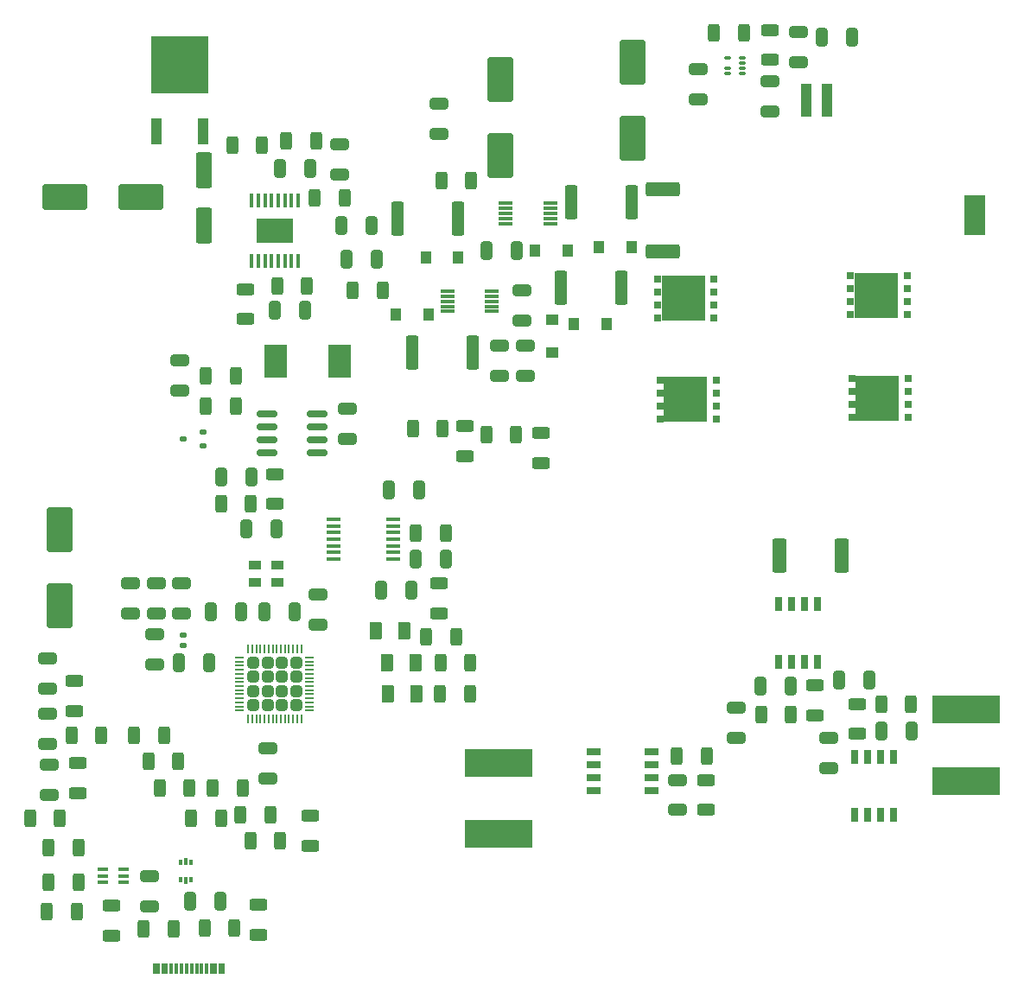
<source format=gbr>
%TF.GenerationSoftware,KiCad,Pcbnew,8.0.0*%
%TF.CreationDate,2024-03-30T16:18:18+01:00*%
%TF.ProjectId,schematic-main,73636865-6d61-4746-9963-2d6d61696e2e,rev?*%
%TF.SameCoordinates,Original*%
%TF.FileFunction,Paste,Top*%
%TF.FilePolarity,Positive*%
%FSLAX46Y46*%
G04 Gerber Fmt 4.6, Leading zero omitted, Abs format (unit mm)*
G04 Created by KiCad (PCBNEW 8.0.0) date 2024-03-30 16:18:18*
%MOMM*%
%LPD*%
G01*
G04 APERTURE LIST*
G04 Aperture macros list*
%AMRoundRect*
0 Rectangle with rounded corners*
0 $1 Rounding radius*
0 $2 $3 $4 $5 $6 $7 $8 $9 X,Y pos of 4 corners*
0 Add a 4 corners polygon primitive as box body*
4,1,4,$2,$3,$4,$5,$6,$7,$8,$9,$2,$3,0*
0 Add four circle primitives for the rounded corners*
1,1,$1+$1,$2,$3*
1,1,$1+$1,$4,$5*
1,1,$1+$1,$6,$7*
1,1,$1+$1,$8,$9*
0 Add four rect primitives between the rounded corners*
20,1,$1+$1,$2,$3,$4,$5,0*
20,1,$1+$1,$4,$5,$6,$7,0*
20,1,$1+$1,$6,$7,$8,$9,0*
20,1,$1+$1,$8,$9,$2,$3,0*%
G04 Aperture macros list end*
%ADD10R,1.220000X1.120000*%
%ADD11R,1.120000X1.220000*%
%ADD12RoundRect,0.250000X-0.315000X-0.315000X0.315000X-0.315000X0.315000X0.315000X-0.315000X0.315000X0*%
%ADD13RoundRect,0.050000X-0.387500X-0.050000X0.387500X-0.050000X0.387500X0.050000X-0.387500X0.050000X0*%
%ADD14RoundRect,0.050000X-0.050000X-0.387500X0.050000X-0.387500X0.050000X0.387500X-0.050000X0.387500X0*%
%ADD15R,1.475000X0.450000*%
%ADD16R,2.173999X3.200400*%
%ADD17R,0.800000X0.700000*%
%ADD18R,0.680000X0.700000*%
%ADD19R,4.320000X4.510000*%
%ADD20RoundRect,0.250000X0.625000X-0.312500X0.625000X0.312500X-0.625000X0.312500X-0.625000X-0.312500X0*%
%ADD21RoundRect,0.250000X0.375000X0.625000X-0.375000X0.625000X-0.375000X-0.625000X0.375000X-0.625000X0*%
%ADD22RoundRect,0.250000X-1.000000X1.950000X-1.000000X-1.950000X1.000000X-1.950000X1.000000X1.950000X0*%
%ADD23RoundRect,0.250000X-0.312500X-0.625000X0.312500X-0.625000X0.312500X0.625000X-0.312500X0.625000X0*%
%ADD24RoundRect,0.250000X0.312500X0.625000X-0.312500X0.625000X-0.312500X-0.625000X0.312500X-0.625000X0*%
%ADD25RoundRect,0.250000X-0.650000X0.325000X-0.650000X-0.325000X0.650000X-0.325000X0.650000X0.325000X0*%
%ADD26RoundRect,0.112500X0.237500X-0.112500X0.237500X0.112500X-0.237500X0.112500X-0.237500X-0.112500X0*%
%ADD27RoundRect,0.150000X0.825000X0.150000X-0.825000X0.150000X-0.825000X-0.150000X0.825000X-0.150000X0*%
%ADD28RoundRect,0.250000X0.650000X-0.325000X0.650000X0.325000X-0.650000X0.325000X-0.650000X-0.325000X0*%
%ADD29R,0.750000X1.350000*%
%ADD30RoundRect,0.249999X1.425001X-0.450001X1.425001X0.450001X-1.425001X0.450001X-1.425001X-0.450001X0*%
%ADD31RoundRect,0.250000X-0.625000X0.312500X-0.625000X-0.312500X0.625000X-0.312500X0.625000X0.312500X0*%
%ADD32RoundRect,0.250000X0.325000X0.650000X-0.325000X0.650000X-0.325000X-0.650000X0.325000X-0.650000X0*%
%ADD33RoundRect,0.250000X-0.325000X-0.650000X0.325000X-0.650000X0.325000X0.650000X-0.325000X0.650000X0*%
%ADD34R,1.350000X0.750000*%
%ADD35RoundRect,0.250000X1.000000X-1.950000X1.000000X1.950000X-1.000000X1.950000X-1.000000X-1.950000X0*%
%ADD36R,0.450000X1.475000*%
%ADD37R,3.550000X2.460000*%
%ADD38R,1.100000X3.200000*%
%ADD39R,1.000000X0.400000*%
%ADD40R,1.200000X0.950000*%
%ADD41R,0.300000X1.100000*%
%ADD42R,1.400000X0.300000*%
%ADD43RoundRect,0.250000X-1.950000X-1.000000X1.950000X-1.000000X1.950000X1.000000X-1.950000X1.000000X0*%
%ADD44R,6.710000X2.730000*%
%ADD45RoundRect,0.250000X-0.362500X-1.425000X0.362500X-1.425000X0.362500X1.425000X-0.362500X1.425000X0*%
%ADD46RoundRect,0.147500X-0.172500X0.147500X-0.172500X-0.147500X0.172500X-0.147500X0.172500X0.147500X0*%
%ADD47RoundRect,0.249999X0.450001X1.425001X-0.450001X1.425001X-0.450001X-1.425001X0.450001X-1.425001X0*%
%ADD48RoundRect,0.050000X-0.285000X-0.100000X0.285000X-0.100000X0.285000X0.100000X-0.285000X0.100000X0*%
%ADD49R,2.000000X4.000000*%
%ADD50R,1.060000X2.600000*%
%ADD51R,5.632000X5.700000*%
%ADD52R,0.375000X0.500000*%
%ADD53R,0.300000X0.650000*%
%ADD54RoundRect,0.250000X-0.550000X1.500000X-0.550000X-1.500000X0.550000X-1.500000X0.550000X1.500000X0*%
G04 APERTURE END LIST*
D10*
%TO.C,D11*%
X139500000Y-79500000D03*
X139500000Y-82700000D03*
%TD*%
D11*
%TO.C,D9*%
X127100000Y-73400000D03*
X130300000Y-73400000D03*
%TD*%
%TO.C,D12*%
X124200000Y-79000000D03*
X127400000Y-79000000D03*
%TD*%
%TO.C,D10*%
X141600000Y-79900000D03*
X144800000Y-79900000D03*
%TD*%
%TO.C,D8*%
X137800000Y-72700000D03*
X141000000Y-72700000D03*
%TD*%
%TO.C,D7*%
X144100000Y-72400000D03*
X147300000Y-72400000D03*
%TD*%
D12*
%TO.C,U3*%
X110200000Y-113100000D03*
X110200000Y-114500000D03*
X110200000Y-115900000D03*
X110200000Y-117300000D03*
X111600000Y-113100000D03*
X111600000Y-114500000D03*
X111600000Y-115900000D03*
X111600000Y-117300000D03*
X113000000Y-113100000D03*
X113000000Y-114500000D03*
X113000000Y-115900000D03*
X113000000Y-117300000D03*
X114400000Y-113100000D03*
X114400000Y-114500000D03*
X114400000Y-115900000D03*
X114400000Y-117300000D03*
D13*
X108862500Y-112600000D03*
X108862500Y-113000000D03*
X108862500Y-113400000D03*
X108862500Y-113800000D03*
X108862500Y-114200000D03*
X108862500Y-114600000D03*
X108862500Y-115000000D03*
X108862500Y-115400000D03*
X108862500Y-115800000D03*
X108862500Y-116200000D03*
X108862500Y-116600000D03*
X108862500Y-117000000D03*
X108862500Y-117400000D03*
X108862500Y-117800000D03*
D14*
X109700000Y-118637500D03*
X110100000Y-118637500D03*
X110500000Y-118637500D03*
X110900000Y-118637500D03*
X111300000Y-118637500D03*
X111700000Y-118637500D03*
X112100000Y-118637500D03*
X112500000Y-118637500D03*
X112900000Y-118637500D03*
X113300000Y-118637500D03*
X113700000Y-118637500D03*
X114100000Y-118637500D03*
X114500000Y-118637500D03*
X114900000Y-118637500D03*
D13*
X115737500Y-117800000D03*
X115737500Y-117400000D03*
X115737500Y-117000000D03*
X115737500Y-116600000D03*
X115737500Y-116200000D03*
X115737500Y-115800000D03*
X115737500Y-115400000D03*
X115737500Y-115000000D03*
X115737500Y-114600000D03*
X115737500Y-114200000D03*
X115737500Y-113800000D03*
X115737500Y-113400000D03*
X115737500Y-113000000D03*
X115737500Y-112600000D03*
D14*
X114900000Y-111762500D03*
X114500000Y-111762500D03*
X114100000Y-111762500D03*
X113700000Y-111762500D03*
X113300000Y-111762500D03*
X112900000Y-111762500D03*
X112500000Y-111762500D03*
X112100000Y-111762500D03*
X111700000Y-111762500D03*
X111300000Y-111762500D03*
X110900000Y-111762500D03*
X110500000Y-111762500D03*
X110100000Y-111762500D03*
X109700000Y-111762500D03*
%TD*%
D15*
%TO.C,IC2*%
X123938000Y-102950000D03*
X123938000Y-102300000D03*
X123938000Y-101650000D03*
X123938000Y-101000000D03*
X123938000Y-100350000D03*
X123938000Y-99700000D03*
X123938000Y-99050000D03*
X118062000Y-99050000D03*
X118062000Y-99700000D03*
X118062000Y-100350000D03*
X118062000Y-101000000D03*
X118062000Y-101650000D03*
X118062000Y-102300000D03*
X118062000Y-102950000D03*
%TD*%
D16*
%TO.C,D1*%
X118640002Y-83600000D03*
X112385998Y-83600000D03*
%TD*%
D17*
%TO.C,Q1*%
X174251000Y-79005000D03*
X174251000Y-77735000D03*
X174251000Y-76465000D03*
X174251000Y-75195000D03*
D18*
X168736000Y-75195000D03*
X168736000Y-76465000D03*
X168736000Y-77735000D03*
X168736000Y-79005000D03*
D19*
X171236000Y-77100000D03*
%TD*%
D20*
%TO.C,R14*%
X93000000Y-125862500D03*
X93000000Y-122937500D03*
%TD*%
D21*
%TO.C, D6*%
X125000000Y-110000000D03*
X122200000Y-110000000D03*
%TD*%
D22*
%TO.C,C9*%
X134400000Y-56000000D03*
X134400000Y-63400000D03*
%TD*%
D20*
%TO.C,R5*%
X109400000Y-79462500D03*
X109400000Y-76537500D03*
%TD*%
D23*
%TO.C,R21*%
X99937500Y-122800000D03*
X102862500Y-122800000D03*
%TD*%
%TO.C,R27*%
X159937500Y-118200000D03*
X162862500Y-118200000D03*
%TD*%
D24*
%TO.C,R31*%
X174637500Y-117200000D03*
X171712500Y-117200000D03*
%TD*%
D23*
%TO.C,R46*%
X119937500Y-76600000D03*
X122862500Y-76600000D03*
%TD*%
D17*
%TO.C,Q3*%
X174351000Y-89105000D03*
X174351000Y-87835000D03*
X174351000Y-86565000D03*
X174351000Y-85295000D03*
D18*
X168836000Y-85295000D03*
X168836000Y-86565000D03*
X168836000Y-87835000D03*
X168836000Y-89105000D03*
D19*
X171336000Y-87200000D03*
%TD*%
D23*
%TO.C,R25*%
X108937500Y-128000000D03*
X111862500Y-128000000D03*
%TD*%
D25*
%TO.C,C28*%
X119400000Y-88255000D03*
X119400000Y-91205000D03*
%TD*%
D26*
%TO.C,D3*%
X105300000Y-91845000D03*
X105300000Y-90545000D03*
X103300000Y-91195000D03*
%TD*%
D27*
%TO.C,U4*%
X116475000Y-92505000D03*
X116475000Y-91235000D03*
X116475000Y-89965000D03*
X116475000Y-88695000D03*
X111525000Y-88695000D03*
X111525000Y-89965000D03*
X111525000Y-91235000D03*
X111525000Y-92505000D03*
%TD*%
D23*
%TO.C,R9*%
X113437500Y-62000000D03*
X116362500Y-62000000D03*
%TD*%
D28*
%TO.C,C13*%
X90068750Y-115675000D03*
X90068750Y-112725000D03*
%TD*%
D29*
%TO.C,IC3*%
X165505000Y-107375000D03*
X164235000Y-107375000D03*
X162965000Y-107375000D03*
X161695000Y-107375000D03*
X161695000Y-113025000D03*
X162965000Y-113025000D03*
X164235000Y-113025000D03*
X165505000Y-113025000D03*
%TD*%
D23*
%TO.C,R23*%
X104137500Y-128400000D03*
X107062500Y-128400000D03*
%TD*%
D30*
%TO.C,(R50)*%
X150300000Y-72850000D03*
X150300000Y-66750000D03*
%TD*%
D31*
%TO.C,R40*%
X130900000Y-89937500D03*
X130900000Y-92862500D03*
%TD*%
%TO.C,R55*%
X115800000Y-128137500D03*
X115800000Y-131062500D03*
%TD*%
D23*
%TO.C,R7*%
X116237500Y-67600000D03*
X119162500Y-67600000D03*
%TD*%
D32*
%TO.C,C27*%
X109995000Y-94920000D03*
X107045000Y-94920000D03*
%TD*%
D21*
%TO.C,MCU D5*%
X126200000Y-116200000D03*
X123400000Y-116200000D03*
%TD*%
D33*
%TO.C,C3*%
X112825000Y-64700000D03*
X115775000Y-64700000D03*
%TD*%
D32*
%TO.C,C42*%
X135975000Y-72700000D03*
X133025000Y-72700000D03*
%TD*%
D24*
%TO.C,R54*%
X112842500Y-130580000D03*
X109917500Y-130580000D03*
%TD*%
D34*
%TO.C,IC4*%
X143575000Y-121870000D03*
X143575000Y-123140000D03*
X143575000Y-124410000D03*
X143575000Y-125680000D03*
X149225000Y-125680000D03*
X149225000Y-124410000D03*
X149225000Y-123140000D03*
X149225000Y-121870000D03*
%TD*%
D25*
%TO.C,C40*%
X136900000Y-82025000D03*
X136900000Y-84975000D03*
%TD*%
D33*
%TO.C,C16*%
X104025000Y-136500000D03*
X106975000Y-136500000D03*
%TD*%
D35*
%TO.C,C19*%
X91200000Y-107500000D03*
X91200000Y-100100000D03*
%TD*%
D32*
%TO.C,C34*%
X162875000Y-115400000D03*
X159925000Y-115400000D03*
%TD*%
D36*
%TO.C,IC1*%
X110050000Y-73706500D03*
X110700000Y-73706500D03*
X111350000Y-73706500D03*
X112000000Y-73706500D03*
X112650000Y-73706500D03*
X113300000Y-73706500D03*
X113950000Y-73706500D03*
X114600000Y-73706500D03*
X114600000Y-67830500D03*
X113950000Y-67830500D03*
X113300000Y-67830500D03*
X112650000Y-67830500D03*
X112000000Y-67830500D03*
X111350000Y-67830500D03*
X110700000Y-67830500D03*
X110050000Y-67830500D03*
D37*
X112325000Y-70768500D03*
%TD*%
D31*
%TO.C,R49*%
X138400000Y-90637500D03*
X138400000Y-93562500D03*
%TD*%
D33*
%TO.C,C29*%
X123525000Y-96200000D03*
X126475000Y-96200000D03*
%TD*%
D23*
%TO.C,R22*%
X101037500Y-125400000D03*
X103962500Y-125400000D03*
%TD*%
D24*
%TO.C,R28*%
X154622500Y-122275000D03*
X151697500Y-122275000D03*
%TD*%
D28*
%TO.C,C21*%
X103200000Y-108275000D03*
X103200000Y-105325000D03*
%TD*%
D23*
%TO.C,R13*%
X92406250Y-120200000D03*
X95331250Y-120200000D03*
%TD*%
D24*
%TO.C,R53*%
X92922500Y-137500000D03*
X89997500Y-137500000D03*
%TD*%
D20*
%TO.C,R42*%
X128400000Y-108262500D03*
X128400000Y-105337500D03*
%TD*%
%TO.C,R32*%
X112300000Y-97562500D03*
X112300000Y-94637500D03*
%TD*%
D38*
%TO.C,L1*%
X164350000Y-58000000D03*
X166450000Y-58000000D03*
%TD*%
D23*
%TO.C,R52*%
X90137500Y-134600000D03*
X93062500Y-134600000D03*
%TD*%
D32*
%TO.C,C15*%
X108975000Y-108100000D03*
X106025000Y-108100000D03*
%TD*%
D20*
%TO.C,R1*%
X110700000Y-139762500D03*
X110700000Y-136837500D03*
%TD*%
D25*
%TO.C,C41*%
X134300000Y-82025000D03*
X134300000Y-84975000D03*
%TD*%
D33*
%TO.C,C5*%
X165925000Y-51800000D03*
X168875000Y-51800000D03*
%TD*%
D23*
%TO.C,R33*%
X107034664Y-97538027D03*
X109959664Y-97538027D03*
%TD*%
%TO.C,R15*%
X105537500Y-88000000D03*
X108462500Y-88000000D03*
%TD*%
%TO.C,R37*%
X128637500Y-65900000D03*
X131562500Y-65900000D03*
%TD*%
%TO.C,R8*%
X108137500Y-62400000D03*
X111062500Y-62400000D03*
%TD*%
D33*
%TO.C,C33*%
X167625000Y-114800000D03*
X170575000Y-114800000D03*
%TD*%
D32*
%TO.C,C22*%
X105875000Y-113100000D03*
X102925000Y-113100000D03*
%TD*%
D25*
%TO.C,C8*%
X160800000Y-56125000D03*
X160800000Y-59075000D03*
%TD*%
%TO.C,C26*%
X100500000Y-110325000D03*
X100500000Y-113275000D03*
%TD*%
D39*
%TO.C,IC8*%
X97500000Y-134650000D03*
X97500000Y-134000000D03*
X97500000Y-133350000D03*
X95500000Y-133350000D03*
X95500000Y-134000000D03*
X95500000Y-134650000D03*
%TD*%
D25*
%TO.C,C36*%
X151800000Y-124600000D03*
X151800000Y-127550000D03*
%TD*%
D23*
%TO.C,R41*%
X126137500Y-100400000D03*
X129062500Y-100400000D03*
%TD*%
D28*
%TO.C,C24*%
X116500000Y-109375000D03*
X116500000Y-106425000D03*
%TD*%
D17*
%TO.C,Q4*%
X155551000Y-89205000D03*
X155551000Y-87935000D03*
X155551000Y-86665000D03*
X155551000Y-85395000D03*
D18*
X150036000Y-85395000D03*
X150036000Y-86665000D03*
X150036000Y-87935000D03*
X150036000Y-89205000D03*
D19*
X152536000Y-87300000D03*
%TD*%
D28*
%TO.C,C49*%
X136500000Y-79575000D03*
X136500000Y-76625000D03*
%TD*%
D23*
%TO.C,R19*%
X127137500Y-110600000D03*
X130062500Y-110600000D03*
%TD*%
D31*
%TO.C,R30*%
X169380000Y-117157500D03*
X169380000Y-120082500D03*
%TD*%
D40*
%TO.C,Y1*%
X112600000Y-103525000D03*
X110400000Y-103525000D03*
X110400000Y-105275000D03*
X112600000Y-105275000D03*
%TD*%
D24*
%TO.C,R3*%
X102362500Y-139200000D03*
X99437500Y-139200000D03*
%TD*%
D29*
%TO.C,IC5*%
X169095000Y-128025000D03*
X170365000Y-128025000D03*
X171635000Y-128025000D03*
X172905000Y-128025000D03*
X172905000Y-122375000D03*
X171635000Y-122375000D03*
X170365000Y-122375000D03*
X169095000Y-122375000D03*
%TD*%
D28*
%TO.C,C50*%
X100000000Y-136975000D03*
X100000000Y-134025000D03*
%TD*%
D25*
%TO.C,C6*%
X153800000Y-54925000D03*
X153800000Y-57875000D03*
%TD*%
D41*
%TO.C,P1*%
X100550000Y-143090000D03*
X101350000Y-143090000D03*
X102650000Y-143090000D03*
X103650000Y-143090000D03*
X104150000Y-143090000D03*
X105150000Y-143090000D03*
X106450000Y-143090000D03*
X107250000Y-143090000D03*
X106950000Y-143090000D03*
X106150000Y-143090000D03*
X105650000Y-143090000D03*
X104650000Y-143090000D03*
X103150000Y-143090000D03*
X102150000Y-143090000D03*
X101650000Y-143090000D03*
X100850000Y-143090000D03*
%TD*%
D32*
%TO.C,C39*%
X112475000Y-100000000D03*
X109525000Y-100000000D03*
%TD*%
D28*
%TO.C,C25*%
X98200000Y-108275000D03*
X98200000Y-105325000D03*
%TD*%
D24*
%TO.C,R43*%
X91262500Y-128400000D03*
X88337500Y-128400000D03*
%TD*%
D32*
%TO.C,C47*%
X121775000Y-70300000D03*
X118825000Y-70300000D03*
%TD*%
D23*
%TO.C,R2*%
X105437500Y-139100000D03*
X108362500Y-139100000D03*
%TD*%
D28*
%TO.C,C30*%
X103000000Y-86475000D03*
X103000000Y-83525000D03*
%TD*%
D23*
%TO.C,R24*%
X106237500Y-125400000D03*
X109162500Y-125400000D03*
%TD*%
D42*
%TO.C,IC7*%
X133600000Y-78700000D03*
X133600000Y-78200000D03*
X133600000Y-77700000D03*
X133600000Y-77200000D03*
X133600000Y-76700000D03*
X129200000Y-76700000D03*
X129200000Y-77200000D03*
X129200000Y-77700000D03*
X129200000Y-78200000D03*
X129200000Y-78700000D03*
%TD*%
D20*
%TO.C,R29*%
X154580000Y-127517500D03*
X154580000Y-124592500D03*
%TD*%
D43*
%TO.C,C12*%
X91750000Y-67500000D03*
X99150000Y-67500000D03*
%TD*%
D31*
%TO.C,R12*%
X92668750Y-114937500D03*
X92668750Y-117862500D03*
%TD*%
D28*
%TO.C,C18*%
X90200000Y-126075000D03*
X90200000Y-123125000D03*
%TD*%
D24*
%TO.C,R11*%
X158262500Y-51400000D03*
X155337500Y-51400000D03*
%TD*%
D23*
%TO.C,R16*%
X105537500Y-85000000D03*
X108462500Y-85000000D03*
%TD*%
D44*
%TO.C,F2*%
X180000000Y-124690000D03*
X180000000Y-117710000D03*
%TD*%
D25*
%TO.C,C35*%
X166600000Y-120525000D03*
X166600000Y-123475000D03*
%TD*%
D32*
%TO.C,C48*%
X122275000Y-73600000D03*
X119325000Y-73600000D03*
%TD*%
D23*
%TO.C,R17*%
X128537500Y-113100000D03*
X131462500Y-113100000D03*
%TD*%
D45*
%TO.C,R47*%
X125737500Y-82700000D03*
X131662500Y-82700000D03*
%TD*%
D24*
%TO.C,R39*%
X128762500Y-90200000D03*
X125837500Y-90200000D03*
%TD*%
D28*
%TO.C,C10*%
X163600000Y-54275000D03*
X163600000Y-51325000D03*
%TD*%
D45*
%TO.C,R34*%
X141337500Y-68000000D03*
X147262500Y-68000000D03*
%TD*%
D20*
%TO.C,R4*%
X96300000Y-139862500D03*
X96300000Y-136937500D03*
%TD*%
D25*
%TO.C,C7*%
X118700000Y-62325000D03*
X118700000Y-65275000D03*
%TD*%
D28*
%TO.C,C37*%
X157500000Y-120475000D03*
X157500000Y-117525000D03*
%TD*%
D45*
%TO.C,R45*%
X140337500Y-76400000D03*
X146262500Y-76400000D03*
%TD*%
D24*
%TO.C,R44*%
X93062500Y-131200000D03*
X90137500Y-131200000D03*
%TD*%
D25*
%TO.C,C11*%
X128400000Y-58325000D03*
X128400000Y-61275000D03*
%TD*%
D24*
%TO.C,R48*%
X135962500Y-90800000D03*
X133037500Y-90800000D03*
%TD*%
D17*
%TO.C,Q2*%
X155351000Y-79305000D03*
X155351000Y-78035000D03*
X155351000Y-76765000D03*
X155351000Y-75495000D03*
D18*
X149836000Y-75495000D03*
X149836000Y-76765000D03*
X149836000Y-78035000D03*
X149836000Y-79305000D03*
D19*
X152336000Y-77400000D03*
%TD*%
D33*
%TO.C,C31*%
X122725000Y-106000000D03*
X125675000Y-106000000D03*
%TD*%
D46*
%TO.C,L2*%
X103300000Y-110415000D03*
X103300000Y-111385000D03*
%TD*%
D47*
%TO.C,(R51)*%
X167850000Y-102600000D03*
X161750000Y-102600000D03*
%TD*%
D25*
%TO.C,C23*%
X111600000Y-121525000D03*
X111600000Y-124475000D03*
%TD*%
D48*
%TO.C,U1*%
X156660000Y-53850000D03*
X156660000Y-54850000D03*
X156660000Y-55350000D03*
X158140000Y-55350000D03*
X158140000Y-54850000D03*
X158140000Y-54350000D03*
X158140000Y-53850000D03*
%TD*%
D33*
%TO.C,C14*%
X111325000Y-108100000D03*
X114275000Y-108100000D03*
%TD*%
%TO.C,C46*%
X126125000Y-103000000D03*
X129075000Y-103000000D03*
%TD*%
D20*
%TO.C,R10*%
X160800000Y-54062500D03*
X160800000Y-51137500D03*
%TD*%
D49*
%TO.C,L3*%
X180900000Y-69300000D03*
%TD*%
D50*
%TO.C,D2*%
X100714000Y-61079500D03*
X105286000Y-61079500D03*
D51*
X103000000Y-54529500D03*
%TD*%
D45*
%TO.C,R38*%
X124337500Y-69600000D03*
X130262500Y-69600000D03*
%TD*%
D23*
%TO.C,R18*%
X128487500Y-116200000D03*
X131412500Y-116200000D03*
%TD*%
D33*
%TO.C,C1*%
X112325000Y-78600000D03*
X115275000Y-78600000D03*
%TD*%
D23*
%TO.C,R20*%
X98537500Y-120200000D03*
X101462500Y-120200000D03*
%TD*%
D20*
%TO.C,R26*%
X165200000Y-118262500D03*
X165200000Y-115337500D03*
%TD*%
D42*
%TO.C,IC6*%
X139300000Y-70100000D03*
X139300000Y-69600000D03*
X139300000Y-69100000D03*
X139300000Y-68600000D03*
X139300000Y-68100000D03*
X134900000Y-68100000D03*
X134900000Y-68600000D03*
X134900000Y-69100000D03*
X134900000Y-69600000D03*
X134900000Y-70100000D03*
%TD*%
D23*
%TO.C,R6*%
X112537500Y-76200000D03*
X115462500Y-76200000D03*
%TD*%
D33*
%TO.C,C38*%
X171725000Y-119800000D03*
X174675000Y-119800000D03*
%TD*%
D21*
%TO.C,CAN D4*%
X126100000Y-113100000D03*
X123300000Y-113100000D03*
%TD*%
D52*
%TO.C,U2*%
X104137500Y-132650000D03*
D53*
X103600000Y-132575000D03*
D52*
X103062500Y-132650000D03*
X103062500Y-134350000D03*
D53*
X103600000Y-134425000D03*
D52*
X104137500Y-134350000D03*
%TD*%
D22*
%TO.C,C4*%
X147400000Y-54300000D03*
X147400000Y-61700000D03*
%TD*%
D44*
%TO.C,F1*%
X134200000Y-129890000D03*
X134200000Y-122910000D03*
%TD*%
D54*
%TO.C,C2*%
X105400000Y-64900000D03*
X105400000Y-70300000D03*
%TD*%
D28*
%TO.C,C17*%
X90068750Y-121075000D03*
X90068750Y-118125000D03*
%TD*%
%TO.C,C20*%
X100700000Y-108275000D03*
X100700000Y-105325000D03*
%TD*%
M02*

</source>
